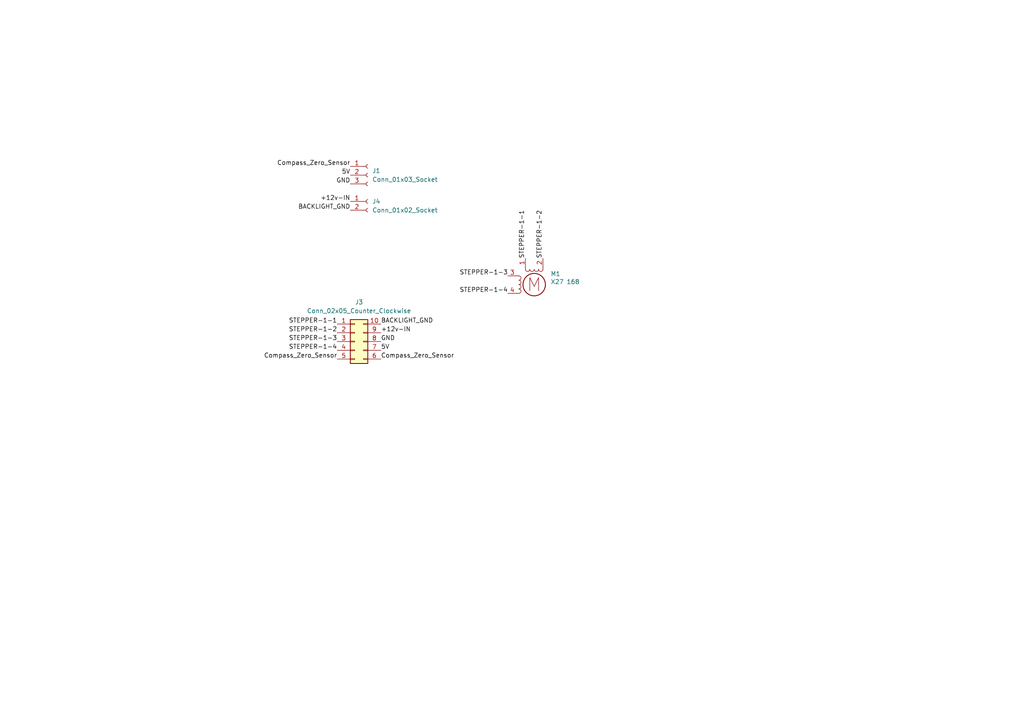
<source format=kicad_sch>
(kicad_sch (version 20231120) (generator "eeschema") (generator_version "8.0")
  (paper "A4")
  (lib_symbols
    (symbol "Connector:Conn_01x02_Socket" (pin_names (offset 1.016) hide)
      (property "Reference" "J" (at 0 2.54 0))
      (property "Value" "Conn_01x02_Socket" (at 0 -5.08 0))
      (symbol "Conn_01x02_Socket_1_1"
        (arc (start 0 -2.032) (mid -0.5058 -2.54) (end 0 -3.048) (stroke (width 0.1524)))
        (polyline (pts (xy -1.27 -2.54) (xy -0.508 -2.54)) (stroke (width 0.1524)))
        (polyline (pts (xy -1.27 0) (xy -0.508 0)) (stroke (width 0.1524)))
        (arc (start 0 0.508) (mid -0.5058 0) (end 0 -0.508) (stroke (width 0.1524)))
        (pin passive line (at -5.08 0 0) (length 3.81) (name "Pin_1") (number "1"))
        (pin passive line (at -5.08 -2.54 0) (length 3.81) (name "Pin_2") (number "2"))
      )
    )
    (symbol "Connector:Conn_01x03_Socket" (pin_names (offset 1.016) hide)
      (property "Reference" "J" (at 0 5.08 0))
      (property "Value" "Conn_01x03_Socket" (at 0 -5.08 0))
      (symbol "Conn_01x03_Socket_1_1"
        (arc (start 0 -2.032) (mid -0.5058 -2.54) (end 0 -3.048) (stroke (width 0.1524)))
        (polyline (pts (xy -1.27 -2.54) (xy -0.508 -2.54)) (stroke (width 0.1524)))
        (polyline (pts (xy -1.27 0) (xy -0.508 0)) (stroke (width 0.1524)))
        (polyline (pts (xy -1.27 2.54) (xy -0.508 2.54)) (stroke (width 0.1524)))
        (arc (start 0 0.508) (mid -0.5058 0) (end 0 -0.508) (stroke (width 0.1524)))
        (arc (start 0 3.048) (mid -0.5058 2.54) (end 0 2.032) (stroke (width 0.1524)))
        (pin passive line (at -5.08 2.54 0) (length 3.81) (name "Pin_1") (number "1"))
        (pin passive line (at -5.08 0 0) (length 3.81) (name "Pin_2") (number "2"))
        (pin passive line (at -5.08 -2.54 0) (length 3.81) (name "Pin_3") (number "3"))
      )
    )
    (symbol "Connector_Generic:Conn_02x05_Counter_Clockwise" (pin_names (offset 1.016) hide)
      (property "Reference" "J" (at 1.27 7.62 0))
      (property "Value" "Conn_02x05_Counter_Clockwise" (at 1.27 -7.62 0))
      (symbol "Conn_02x05_Counter_Clockwise_1_1"
        (rectangle (start -1.27 -4.953) (end 0 -5.207) (stroke (width 0.1524)))
        (rectangle (start -1.27 -2.413) (end 0 -2.667) (stroke (width 0.1524)))
        (rectangle (start -1.27 0.127) (end 0 -0.127) (stroke (width 0.1524)))
        (rectangle (start -1.27 2.667) (end 0 2.413) (stroke (width 0.1524)))
        (rectangle (start -1.27 5.207) (end 0 4.953) (stroke (width 0.1524)))
        (rectangle (start -1.27 6.35) (end 3.81 -6.35) (stroke (width 0.254)) (fill (type background)))
        (rectangle (start 3.81 -4.953) (end 2.54 -5.207) (stroke (width 0.1524)))
        (rectangle (start 3.81 -2.413) (end 2.54 -2.667) (stroke (width 0.1524)))
        (rectangle (start 3.81 0.127) (end 2.54 -0.127) (stroke (width 0.1524)))
        (rectangle (start 3.81 2.667) (end 2.54 2.413) (stroke (width 0.1524)))
        (rectangle (start 3.81 5.207) (end 2.54 4.953) (stroke (width 0.1524)))
        (pin passive line (at -5.08 5.08 0) (length 3.81) (name "Pin_1") (number "1"))
        (pin passive line (at 7.62 5.08 180) (length 3.81) (name "Pin_10") (number "10"))
        (pin passive line (at -5.08 2.54 0) (length 3.81) (name "Pin_2") (number "2"))
        (pin passive line (at -5.08 0 0) (length 3.81) (name "Pin_3") (number "3"))
        (pin passive line (at -5.08 -2.54 0) (length 3.81) (name "Pin_4") (number "4"))
        (pin passive line (at -5.08 -5.08 0) (length 3.81) (name "Pin_5") (number "5"))
        (pin passive line (at 7.62 -5.08 180) (length 3.81) (name "Pin_6") (number "6"))
        (pin passive line (at 7.62 -2.54 180) (length 3.81) (name "Pin_7") (number "7"))
        (pin passive line (at 7.62 0 180) (length 3.81) (name "Pin_8") (number "8"))
        (pin passive line (at 7.62 2.54 180) (length 3.81) (name "Pin_9") (number "9"))
      )
    )
    (symbol "Motor:Stepper_Motor_bipolar" (pin_names (offset 0) hide)
      (property "Reference" "M" (at 3.81 2.54 0))
      (property "Value" "Stepper_Motor_bipolar" (at 3.81 1.27 0))
      (symbol "Stepper_Motor_bipolar_0_0"
        (polyline (pts (xy -1.27 -1.778) (xy -1.27 2.032) (xy 0 -0.508) (xy 1.27 2.032) (xy 1.27 -1.778)))
      )
      (symbol "Stepper_Motor_bipolar_0_1"
        (arc (start -4.445 -2.54) (mid -3.8127 -1.905) (end -4.445 -1.27))
        (arc (start -4.445 -1.27) (mid -3.8127 -0.635) (end -4.445 0))
        (arc (start -4.445 0) (mid -3.8127 0.635) (end -4.445 1.27))
        (arc (start -4.445 1.27) (mid -3.8127 1.905) (end -4.445 2.54))
        (arc (start -2.54 4.445) (mid -1.905 3.8127) (end -1.27 4.445))
        (arc (start -1.27 4.445) (mid -0.635 3.8127) (end 0 4.445))
        (polyline (pts (xy -5.08 -2.54) (xy -4.445 -2.54)))
        (polyline (pts (xy -5.08 2.54) (xy -4.445 2.54)))
        (polyline (pts (xy -2.54 5.08) (xy -2.54 4.445)))
        (polyline (pts (xy 2.54 5.08) (xy 2.54 4.445)))
        (circle (center 0 0) (radius 3.2512) (stroke (width 0.254)))
        (arc (start 0 4.445) (mid 0.635 3.8127) (end 1.27 4.445))
        (arc (start 1.27 4.445) (mid 1.905 3.8127) (end 2.54 4.445))
      )
      (symbol "Stepper_Motor_bipolar_1_1"
        (pin passive line (at -2.54 7.62 270) (length 2.54) (name "~") (number "1"))
        (pin passive line (at 2.54 7.62 270) (length 2.54) (name "-") (number "2"))
        (pin passive line (at -7.62 2.54 0) (length 2.54) (name "~") (number "3"))
        (pin passive line (at -7.62 -2.54 0) (length 2.54) (name "~") (number "4"))
      )
    )
  )
  (label "BACKLIGHT_GND" (at 110.49 93.98 0))
  (label "GND" (at 110.49 99.06 0))
  (label "STEPPER-1-2" (at 97.79 96.52 180))
  (label "5V" (at 110.49 101.6 0))
  (label "BACKLIGHT_GND" (at 101.6 60.96 180))
  (label "STEPPER-1-3" (at 97.79 99.06 180))
  (label "5V" (at 101.6 50.8 180))
  (label "GND" (at 101.6 53.34 180))
  (label "STEPPER-1-3" (at 147.32 80.01 180))
  (label "STEPPER-1-1" (at 97.79 93.98 180))
  (label "STEPPER-1-4" (at 97.79 101.6 180))
  (label "Compass_Zero_Sensor" (at 110.49 104.14 0))
  (label "STEPPER-1-1" (at 152.4 74.93 90))
  (label "STEPPER-1-2" (at 157.48 74.93 90))
  (label "Compass_Zero_Sensor" (at 97.79 104.14 180))
  (label "+12v-IN" (at 110.49 96.52 0))
  (label "STEPPER-1-4" (at 147.32 85.09 180))
  (label "Compass_Zero_Sensor" (at 101.6 48.26 180))
  (label "+12v-IN" (at 101.6 58.42 180))
  (symbol (lib_id "Connector:Conn_01x03_Socket") (at 106.68 50.8 0) (unit 1)
    (property "Reference" "J1" (at 107.95 49.5299 0) (effects (justify left)))
    (property "Value" "Conn_01x03_Socket" (at 107.95 52.0699 0) (effects (justify left)))
    (property "Footprint" "Connector_Molex:Molex_KK-254_AE-6410-03A_1x03_P2.54mm_Vertical" (effects (hide yes)))
    (property "Description" "Generic connector, single row, 01x03, script generated" (effects (hide yes)))
  )
  (symbol (lib_id "Connector:Conn_01x02_Socket") (at 106.68 58.42 0) (unit 1)
    (property "Reference" "J4" (at 107.95 58.4199 0) (effects (justify left)))
    (property "Value" "Conn_01x02_Socket" (at 107.95 60.9599 0) (effects (justify left)))
    (property "Footprint" "Connector_Molex:Molex_KK-254_AE-6410-02A_1x02_P2.54mm_Vertical" (effects (hide yes)))
    (property "Description" "Generic connector, single row, 01x02, script generated" (effects (hide yes)))
  )
  (symbol (lib_id "Motor:Stepper_Motor_bipolar") (at 154.94 82.55 0) (unit 1)
    (property "Reference" "M1" (at 159.6898 79.4258 0) (effects (justify left)))
    (property "Value" "X27 168" (at 159.6898 81.7372 0) (effects (justify left)))
    (property "Footprint" "motoHUD:X27-168" (effects (hide yes)))
    (property "Datasheet" "http://www.infineon.com/dgdl/Application-Note-TLE8110EE_driving_UniPolarStepperMotor_V1.1.pdf?fileId=db3a30431be39b97011be5d0aa0a00b0" (effects (hide yes)))
    (property "Description" "4-wire bipolar stepper motor" (effects (hide yes)))
  )
  (symbol (lib_id "Connector_Generic:Conn_02x05_Counter_Clockwise") (at 102.87 99.06 0) (unit 1)
    (property "Reference" "J3" (at 104.14 87.63 0))
    (property "Value" "Conn_02x05_Counter_Clockwise" (at 104.14 90.17 0))
    (property "Footprint" "Connector_IDC:IDC-Header_2x05_P2.54mm_Vertical" (effects (hide yes)))
    (property "Description" "Generic connector, double row, 02x05, counter clockwise pin numbering scheme (similar to DIP package numbering), script generated (kicad-library-utils/schlib/autogen/connector/)" (effects (hide yes)))
  )
)
</source>
